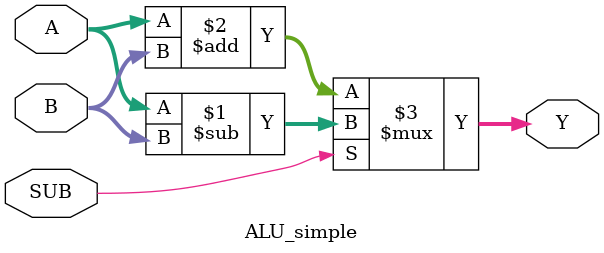
<source format=v>
module ALU_simple (
    output wire [7:0] Y,
    input wire [7:0] A,
    input wire [7:0] B,
    input wire SUB
);
    assign Y = SUB ? A - B : A + B;
endmodule
</source>
